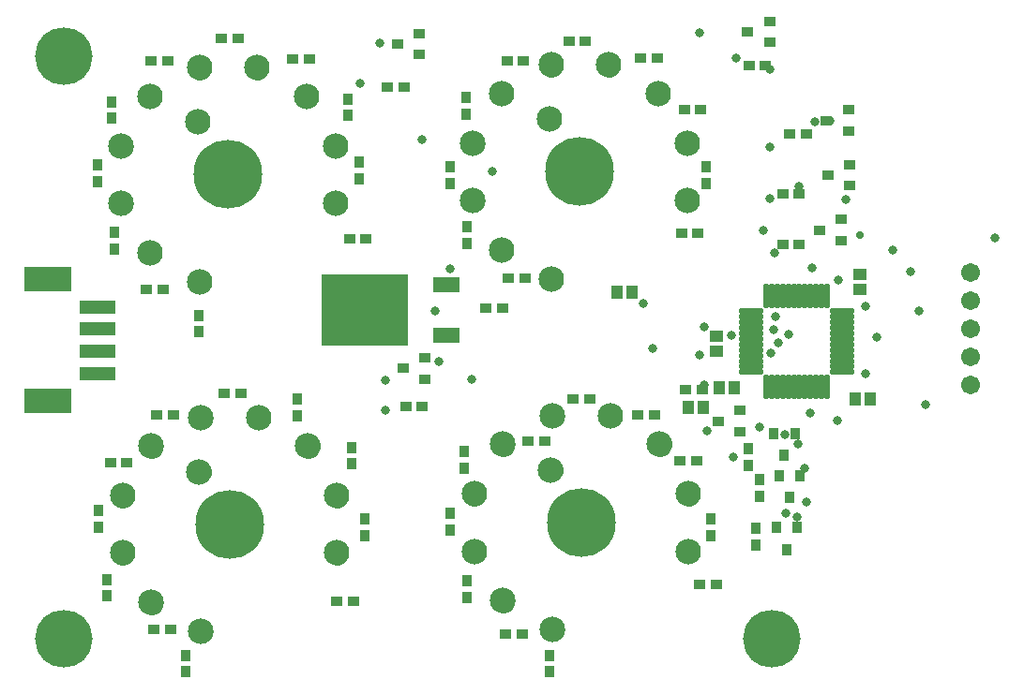
<source format=gbs>
G04*
G04 #@! TF.GenerationSoftware,Altium Limited,Altium Designer,19.0.14 (431)*
G04*
G04 Layer_Color=16711935*
%FSLAX25Y25*%
%MOIN*%
G70*
G01*
G75*
%ADD12C,0.00000*%
%ADD14R,0.03753X0.03950*%
%ADD15R,0.03950X0.03753*%
%ADD16R,0.03556X0.04343*%
%ADD20C,0.24422*%
%ADD21C,0.09068*%
%ADD22C,0.06706*%
%ADD23C,0.03162*%
%ADD24C,0.20485*%
%ADD25C,0.02800*%
%ADD48R,0.04343X0.04737*%
%ADD49R,0.04737X0.04343*%
%ADD50R,0.12611X0.04737*%
%ADD51R,0.16548X0.08674*%
%ADD52O,0.01981X0.09068*%
%ADD53O,0.09068X0.01981*%
%ADD54R,0.04343X0.03556*%
%ADD55R,0.30800X0.25800*%
%ADD56R,0.09461X0.05524*%
D12*
X-32837Y42810D02*
X-32957Y43799D01*
X-33311Y44731D01*
X-33877Y45552D01*
X-34623Y46212D01*
X-35505Y46676D01*
X-36473Y46914D01*
X-37470D01*
X-38437Y46676D01*
X-39320Y46212D01*
X-40066Y45552D01*
X-40632Y44731D01*
X-40985Y43799D01*
X-41105Y42810D01*
X-40985Y41821D01*
X-40632Y40889D01*
X-40066Y40069D01*
X-39320Y39408D01*
X-38437Y38945D01*
X-37470Y38706D01*
X-36473D01*
X-35505Y38945D01*
X-34623Y39408D01*
X-33877Y40069D01*
X-33311Y40889D01*
X-32957Y41821D01*
X-32837Y42810D01*
X-32837Y63190D02*
X-32957Y64179D01*
X-33310Y65111D01*
X-33877Y65931D01*
X-34622Y66592D01*
X-35505Y67055D01*
X-36473Y67294D01*
X-37469D01*
X-38437Y67055D01*
X-39319Y66592D01*
X-40065Y65931D01*
X-40631Y65111D01*
X-40985Y64179D01*
X-41105Y63190D01*
X-40985Y62200D01*
X-40631Y61269D01*
X-40065Y60448D01*
X-39319Y59787D01*
X-38437Y59324D01*
X-37469Y59086D01*
X-36473D01*
X-35505Y59324D01*
X-34622Y59787D01*
X-33877Y60448D01*
X-33310Y61269D01*
X-32957Y62200D01*
X-32837Y63190D01*
X-43027Y80839D02*
X-43147Y81829D01*
X-43500Y82761D01*
X-44067Y83581D01*
X-44813Y84241D01*
X-45695Y84705D01*
X-46663Y84943D01*
X-47659D01*
X-48627Y84705D01*
X-49509Y84241D01*
X-50255Y83581D01*
X-50821Y82761D01*
X-51175Y81829D01*
X-51295Y80839D01*
X-51175Y79850D01*
X-50821Y78918D01*
X-50255Y78098D01*
X-49509Y77437D01*
X-48627Y76974D01*
X-47659Y76735D01*
X-46663D01*
X-45695Y76974D01*
X-44813Y77437D01*
X-44067Y78098D01*
X-43500Y78918D01*
X-43147Y79850D01*
X-43027Y80839D01*
X-81693Y71753D02*
X-81813Y72742D01*
X-82166Y73674D01*
X-82733Y74494D01*
X-83479Y75155D01*
X-84361Y75618D01*
X-85329Y75857D01*
X-86325D01*
X-87293Y75618D01*
X-88175Y75155D01*
X-88921Y74494D01*
X-89487Y73674D01*
X-89841Y72742D01*
X-89961Y71753D01*
X-89841Y70764D01*
X-89487Y69832D01*
X-88921Y69011D01*
X-88175Y68351D01*
X-87293Y67888D01*
X-86325Y67649D01*
X-85329D01*
X-84361Y67888D01*
X-83479Y68351D01*
X-82733Y69012D01*
X-82166Y69832D01*
X-81813Y70764D01*
X-81693Y71753D01*
X-60676Y91029D02*
X-60796Y92018D01*
X-61150Y92950D01*
X-61716Y93770D01*
X-62462Y94431D01*
X-63344Y94894D01*
X-64312Y95133D01*
X-65308D01*
X-66276Y94894D01*
X-67159Y94431D01*
X-67905Y93770D01*
X-68471Y92950D01*
X-68824Y92018D01*
X-68944Y91029D01*
X-68824Y90039D01*
X-68471Y89108D01*
X-67905Y88287D01*
X-67159Y87627D01*
X-66276Y87163D01*
X-65308Y86925D01*
X-64312D01*
X-63344Y87163D01*
X-62462Y87627D01*
X-61716Y88287D01*
X-61150Y89108D01*
X-60796Y90039D01*
X-60676Y91029D01*
X-81056Y91029D02*
X-81176Y92018D01*
X-81529Y92950D01*
X-82095Y93770D01*
X-82841Y94431D01*
X-83724Y94894D01*
X-84691Y95133D01*
X-85688D01*
X-86656Y94894D01*
X-87538Y94431D01*
X-88284Y93770D01*
X-88850Y92950D01*
X-89204Y92018D01*
X-89324Y91029D01*
X-89204Y90040D01*
X-88850Y89108D01*
X-88284Y88288D01*
X-87538Y87627D01*
X-86656Y87164D01*
X-85688Y86925D01*
X-84691D01*
X-83724Y87164D01*
X-82841Y87627D01*
X-82095Y88288D01*
X-81529Y89108D01*
X-81176Y90040D01*
X-81056Y91029D01*
X-98705Y80839D02*
X-98825Y81828D01*
X-99179Y82760D01*
X-99745Y83580D01*
X-100491Y84241D01*
X-101373Y84704D01*
X-102341Y84943D01*
X-103338D01*
X-104305Y84704D01*
X-105188Y84241D01*
X-105934Y83580D01*
X-106500Y82760D01*
X-106853Y81828D01*
X-106973Y80839D01*
X-106853Y79850D01*
X-106500Y78918D01*
X-105934Y78098D01*
X-105188Y77437D01*
X-104305Y76974D01*
X-103338Y76735D01*
X-102341D01*
X-101373Y76974D01*
X-100491Y77437D01*
X-99745Y78098D01*
X-99179Y78918D01*
X-98825Y79850D01*
X-98705Y80839D01*
X-108895Y63190D02*
X-109015Y64179D01*
X-109368Y65111D01*
X-109934Y65931D01*
X-110680Y66592D01*
X-111563Y67055D01*
X-112531Y67294D01*
X-113527D01*
X-114495Y67055D01*
X-115377Y66592D01*
X-116123Y65931D01*
X-116689Y65111D01*
X-117043Y64179D01*
X-117163Y63190D01*
X-117043Y62200D01*
X-116689Y61269D01*
X-116123Y60448D01*
X-115377Y59788D01*
X-114495Y59324D01*
X-113527Y59086D01*
X-112531D01*
X-111563Y59324D01*
X-110680Y59788D01*
X-109934Y60448D01*
X-109368Y61269D01*
X-109015Y62200D01*
X-108895Y63190D01*
X-108895Y42810D02*
X-109015Y43800D01*
X-109369Y44732D01*
X-109935Y45552D01*
X-110681Y46213D01*
X-111563Y46676D01*
X-112531Y46914D01*
X-113527D01*
X-114495Y46676D01*
X-115377Y46213D01*
X-116123Y45552D01*
X-116690Y44732D01*
X-117043Y43800D01*
X-117163Y42810D01*
X-117043Y41821D01*
X-116690Y40889D01*
X-116123Y40069D01*
X-115377Y39408D01*
X-114495Y38945D01*
X-113527Y38706D01*
X-112531D01*
X-111563Y38945D01*
X-110681Y39408D01*
X-109935Y40069D01*
X-109369Y40889D01*
X-109015Y41821D01*
X-108895Y42810D01*
X-98705Y25161D02*
X-98825Y26150D01*
X-99179Y27082D01*
X-99745Y27902D01*
X-100491Y28563D01*
X-101373Y29026D01*
X-102341Y29265D01*
X-103337D01*
X-104305Y29026D01*
X-105187Y28563D01*
X-105933Y27902D01*
X-106500Y27082D01*
X-106853Y26150D01*
X-106973Y25161D01*
X-106853Y24171D01*
X-106500Y23239D01*
X-105933Y22419D01*
X-105187Y21758D01*
X-104305Y21295D01*
X-103337Y21057D01*
X-102341D01*
X-101373Y21295D01*
X-100491Y21758D01*
X-99745Y22419D01*
X-99179Y23239D01*
X-98825Y24171D01*
X-98705Y25161D01*
X-81056Y14971D02*
X-81176Y15961D01*
X-81529Y16892D01*
X-82095Y17713D01*
X-82841Y18373D01*
X-83724Y18837D01*
X-84692Y19075D01*
X-85688D01*
X-86656Y18837D01*
X-87538Y18373D01*
X-88284Y17713D01*
X-88850Y16892D01*
X-89204Y15961D01*
X-89324Y14971D01*
X-89204Y13982D01*
X-88850Y13050D01*
X-88284Y12230D01*
X-87538Y11569D01*
X-86656Y11106D01*
X-85688Y10867D01*
X-84692D01*
X-83724Y11106D01*
X-82841Y11569D01*
X-82095Y12230D01*
X-81529Y13050D01*
X-81176Y13982D01*
X-81056Y14971D01*
X92663Y-81029D02*
X92543Y-80039D01*
X92189Y-79108D01*
X91623Y-78287D01*
X90877Y-77627D01*
X89995Y-77163D01*
X89027Y-76925D01*
X88030D01*
X87063Y-77163D01*
X86180Y-77627D01*
X85434Y-78287D01*
X84868Y-79108D01*
X84515Y-80039D01*
X84395Y-81029D01*
X84515Y-82018D01*
X84868Y-82950D01*
X85434Y-83770D01*
X86180Y-84431D01*
X87063Y-84894D01*
X88030Y-85133D01*
X89027D01*
X89995Y-84894D01*
X90877Y-84431D01*
X91623Y-83770D01*
X92189Y-82950D01*
X92543Y-82018D01*
X92663Y-81029D01*
X92663Y-60649D02*
X92543Y-59660D01*
X92190Y-58728D01*
X91623Y-57908D01*
X90877Y-57247D01*
X89995Y-56784D01*
X89027Y-56545D01*
X88031D01*
X87063Y-56784D01*
X86181Y-57247D01*
X85435Y-57908D01*
X84869Y-58728D01*
X84515Y-59660D01*
X84395Y-60649D01*
X84515Y-61639D01*
X84869Y-62571D01*
X85435Y-63391D01*
X86181Y-64052D01*
X87063Y-64515D01*
X88031Y-64753D01*
X89027D01*
X89995Y-64515D01*
X90877Y-64052D01*
X91623Y-63391D01*
X92190Y-62571D01*
X92543Y-61639D01*
X92663Y-60649D01*
X82473Y-43000D02*
X82353Y-42010D01*
X82000Y-41078D01*
X81433Y-40258D01*
X80687Y-39597D01*
X79805Y-39134D01*
X78837Y-38896D01*
X77841D01*
X76873Y-39134D01*
X75991Y-39597D01*
X75245Y-40258D01*
X74679Y-41078D01*
X74325Y-42010D01*
X74205Y-43000D01*
X74325Y-43989D01*
X74679Y-44921D01*
X75245Y-45741D01*
X75991Y-46402D01*
X76873Y-46865D01*
X77841Y-47104D01*
X78837D01*
X79805Y-46865D01*
X80687Y-46402D01*
X81433Y-45741D01*
X82000Y-44921D01*
X82353Y-43989D01*
X82473Y-43000D01*
X43807Y-52086D02*
X43687Y-51097D01*
X43334Y-50165D01*
X42767Y-49345D01*
X42021Y-48684D01*
X41139Y-48221D01*
X40171Y-47982D01*
X39175D01*
X38207Y-48221D01*
X37325Y-48684D01*
X36579Y-49345D01*
X36013Y-50165D01*
X35659Y-51097D01*
X35539Y-52086D01*
X35659Y-53075D01*
X36013Y-54007D01*
X36579Y-54827D01*
X37325Y-55488D01*
X38207Y-55951D01*
X39175Y-56190D01*
X40171D01*
X41139Y-55951D01*
X42021Y-55488D01*
X42767Y-54827D01*
X43334Y-54007D01*
X43687Y-53075D01*
X43807Y-52086D01*
X64824Y-32810D02*
X64704Y-31821D01*
X64350Y-30889D01*
X63784Y-30069D01*
X63038Y-29408D01*
X62156Y-28945D01*
X61188Y-28706D01*
X60192D01*
X59224Y-28945D01*
X58341Y-29408D01*
X57595Y-30069D01*
X57029Y-30889D01*
X56676Y-31821D01*
X56556Y-32810D01*
X56676Y-33799D01*
X57029Y-34731D01*
X57595Y-35552D01*
X58341Y-36212D01*
X59224Y-36676D01*
X60192Y-36914D01*
X61188D01*
X62156Y-36676D01*
X63038Y-36212D01*
X63784Y-35552D01*
X64350Y-34731D01*
X64704Y-33799D01*
X64824Y-32810D01*
X44444Y-32810D02*
X44324Y-31821D01*
X43971Y-30889D01*
X43405Y-30069D01*
X42659Y-29408D01*
X41776Y-28945D01*
X40809Y-28706D01*
X39812D01*
X38844Y-28945D01*
X37962Y-29408D01*
X37216Y-30069D01*
X36650Y-30889D01*
X36296Y-31821D01*
X36176Y-32810D01*
X36296Y-33799D01*
X36650Y-34731D01*
X37216Y-35551D01*
X37962Y-36212D01*
X38844Y-36675D01*
X39812Y-36914D01*
X40809D01*
X41776Y-36675D01*
X42659Y-36212D01*
X43405Y-35551D01*
X43971Y-34731D01*
X44324Y-33799D01*
X44444Y-32810D01*
X26795Y-43000D02*
X26675Y-42011D01*
X26321Y-41079D01*
X25755Y-40259D01*
X25009Y-39598D01*
X24127Y-39135D01*
X23159Y-38896D01*
X22162D01*
X21195Y-39135D01*
X20312Y-39598D01*
X19566Y-40259D01*
X19000Y-41079D01*
X18647Y-42011D01*
X18527Y-43000D01*
X18647Y-43989D01*
X19000Y-44921D01*
X19566Y-45741D01*
X20312Y-46402D01*
X21195Y-46865D01*
X22162Y-47104D01*
X23159D01*
X24127Y-46865D01*
X25009Y-46402D01*
X25755Y-45741D01*
X26321Y-44921D01*
X26675Y-43989D01*
X26795Y-43000D01*
X16605Y-60649D02*
X16485Y-59660D01*
X16132Y-58728D01*
X15566Y-57908D01*
X14820Y-57247D01*
X13937Y-56784D01*
X12969Y-56545D01*
X11973D01*
X11005Y-56784D01*
X10123Y-57247D01*
X9377Y-57908D01*
X8811Y-58728D01*
X8457Y-59660D01*
X8337Y-60649D01*
X8457Y-61638D01*
X8811Y-62570D01*
X9377Y-63391D01*
X10123Y-64051D01*
X11005Y-64515D01*
X11973Y-64753D01*
X12969D01*
X13937Y-64515D01*
X14820Y-64051D01*
X15566Y-63391D01*
X16132Y-62570D01*
X16485Y-61638D01*
X16605Y-60649D01*
X16605Y-81029D02*
X16485Y-80039D01*
X16131Y-79107D01*
X15565Y-78287D01*
X14819Y-77627D01*
X13937Y-77163D01*
X12969Y-76925D01*
X11973D01*
X11005Y-77163D01*
X10123Y-77627D01*
X9377Y-78287D01*
X8810Y-79107D01*
X8457Y-80039D01*
X8337Y-81029D01*
X8457Y-82018D01*
X8811Y-82950D01*
X9377Y-83770D01*
X10123Y-84431D01*
X11005Y-84894D01*
X11973Y-85133D01*
X12969D01*
X13937Y-84894D01*
X14819Y-84431D01*
X15565Y-83770D01*
X16131Y-82950D01*
X16485Y-82018D01*
X16605Y-81029D01*
X26795Y-98678D02*
X26675Y-97689D01*
X26321Y-96757D01*
X25755Y-95937D01*
X25009Y-95276D01*
X24127Y-94813D01*
X23159Y-94574D01*
X22163D01*
X21195Y-94813D01*
X20312Y-95276D01*
X19567Y-95937D01*
X19000Y-96757D01*
X18647Y-97689D01*
X18527Y-98678D01*
X18647Y-99668D01*
X19001Y-100600D01*
X19567Y-101420D01*
X20312Y-102081D01*
X21195Y-102544D01*
X22163Y-102782D01*
X23159D01*
X24127Y-102544D01*
X25009Y-102081D01*
X25755Y-101420D01*
X26321Y-100600D01*
X26675Y-99668D01*
X26795Y-98678D01*
X44444Y-108868D02*
X44324Y-107878D01*
X43971Y-106947D01*
X43405Y-106126D01*
X42659Y-105466D01*
X41776Y-105002D01*
X40808Y-104764D01*
X39812D01*
X38844Y-105002D01*
X37962Y-105466D01*
X37216Y-106126D01*
X36650Y-106947D01*
X36296Y-107878D01*
X36176Y-108868D01*
X36296Y-109857D01*
X36650Y-110789D01*
X37216Y-111609D01*
X37962Y-112270D01*
X38844Y-112733D01*
X39812Y-112972D01*
X40808D01*
X41776Y-112733D01*
X42659Y-112270D01*
X43405Y-111609D01*
X43971Y-110789D01*
X44324Y-109857D01*
X44444Y-108868D01*
X-80556Y-109529D02*
X-80676Y-108539D01*
X-81029Y-107608D01*
X-81595Y-106787D01*
X-82341Y-106127D01*
X-83224Y-105663D01*
X-84192Y-105425D01*
X-85188D01*
X-86156Y-105663D01*
X-87038Y-106127D01*
X-87784Y-106787D01*
X-88350Y-107608D01*
X-88704Y-108539D01*
X-88824Y-109529D01*
X-88704Y-110518D01*
X-88350Y-111450D01*
X-87784Y-112270D01*
X-87038Y-112931D01*
X-86156Y-113394D01*
X-85188Y-113633D01*
X-84192D01*
X-83224Y-113394D01*
X-82341Y-112931D01*
X-81595Y-112270D01*
X-81029Y-111450D01*
X-80676Y-110518D01*
X-80556Y-109529D01*
X-98205Y-99339D02*
X-98325Y-98350D01*
X-98679Y-97418D01*
X-99245Y-96598D01*
X-99991Y-95937D01*
X-100873Y-95474D01*
X-101841Y-95235D01*
X-102837D01*
X-103805Y-95474D01*
X-104688Y-95937D01*
X-105433Y-96598D01*
X-106000Y-97418D01*
X-106353Y-98350D01*
X-106473Y-99339D01*
X-106353Y-100329D01*
X-106000Y-101260D01*
X-105433Y-102081D01*
X-104688Y-102742D01*
X-103805Y-103205D01*
X-102837Y-103443D01*
X-101841D01*
X-100873Y-103205D01*
X-99991Y-102742D01*
X-99245Y-102081D01*
X-98679Y-101260D01*
X-98325Y-100329D01*
X-98205Y-99339D01*
X-108395Y-81690D02*
X-108515Y-80700D01*
X-108869Y-79769D01*
X-109435Y-78948D01*
X-110181Y-78288D01*
X-111063Y-77824D01*
X-112031Y-77586D01*
X-113027D01*
X-113995Y-77824D01*
X-114877Y-78288D01*
X-115623Y-78948D01*
X-116190Y-79769D01*
X-116543Y-80700D01*
X-116663Y-81690D01*
X-116543Y-82679D01*
X-116190Y-83611D01*
X-115623Y-84431D01*
X-114877Y-85092D01*
X-113995Y-85555D01*
X-113027Y-85794D01*
X-112031D01*
X-111063Y-85555D01*
X-110181Y-85092D01*
X-109435Y-84431D01*
X-108869Y-83611D01*
X-108515Y-82679D01*
X-108395Y-81690D01*
X-108395Y-61310D02*
X-108515Y-60321D01*
X-108868Y-59389D01*
X-109434Y-58569D01*
X-110180Y-57908D01*
X-111063Y-57445D01*
X-112030Y-57206D01*
X-113027D01*
X-113995Y-57445D01*
X-114877Y-57908D01*
X-115623Y-58569D01*
X-116189Y-59389D01*
X-116543Y-60321D01*
X-116663Y-61310D01*
X-116543Y-62300D01*
X-116189Y-63231D01*
X-115623Y-64052D01*
X-114877Y-64712D01*
X-113995Y-65176D01*
X-113027Y-65414D01*
X-112030D01*
X-111063Y-65176D01*
X-110180Y-64712D01*
X-109434Y-64052D01*
X-108868Y-63231D01*
X-108515Y-62300D01*
X-108395Y-61310D01*
X-98205Y-43661D02*
X-98325Y-42672D01*
X-98679Y-41740D01*
X-99245Y-40920D01*
X-99991Y-40259D01*
X-100873Y-39796D01*
X-101841Y-39557D01*
X-102838D01*
X-103805Y-39796D01*
X-104688Y-40259D01*
X-105434Y-40920D01*
X-106000Y-41740D01*
X-106353Y-42672D01*
X-106473Y-43661D01*
X-106353Y-44650D01*
X-106000Y-45582D01*
X-105434Y-46402D01*
X-104688Y-47063D01*
X-103805Y-47526D01*
X-102838Y-47765D01*
X-101841D01*
X-100873Y-47526D01*
X-99991Y-47063D01*
X-99245Y-46402D01*
X-98679Y-45582D01*
X-98325Y-44650D01*
X-98205Y-43661D01*
X-80556Y-33471D02*
X-80676Y-32482D01*
X-81029Y-31550D01*
X-81595Y-30730D01*
X-82341Y-30069D01*
X-83224Y-29606D01*
X-84191Y-29367D01*
X-85188D01*
X-86156Y-29606D01*
X-87038Y-30069D01*
X-87784Y-30730D01*
X-88350Y-31550D01*
X-88704Y-32482D01*
X-88824Y-33471D01*
X-88704Y-34460D01*
X-88350Y-35392D01*
X-87784Y-36212D01*
X-87038Y-36873D01*
X-86156Y-37336D01*
X-85188Y-37575D01*
X-84191D01*
X-83224Y-37336D01*
X-82341Y-36873D01*
X-81595Y-36212D01*
X-81029Y-35392D01*
X-80676Y-34460D01*
X-80556Y-33471D01*
X-60176Y-33471D02*
X-60296Y-32482D01*
X-60650Y-31550D01*
X-61216Y-30730D01*
X-61962Y-30069D01*
X-62844Y-29606D01*
X-63812Y-29367D01*
X-64808D01*
X-65776Y-29606D01*
X-66659Y-30069D01*
X-67405Y-30730D01*
X-67971Y-31550D01*
X-68324Y-32482D01*
X-68444Y-33471D01*
X-68324Y-34461D01*
X-67971Y-35392D01*
X-67405Y-36213D01*
X-66659Y-36873D01*
X-65776Y-37337D01*
X-64808Y-37575D01*
X-63812D01*
X-62844Y-37337D01*
X-61962Y-36873D01*
X-61216Y-36213D01*
X-60650Y-35392D01*
X-60296Y-34460D01*
X-60176Y-33471D01*
X-81193Y-52747D02*
X-81313Y-51758D01*
X-81666Y-50826D01*
X-82233Y-50006D01*
X-82979Y-49345D01*
X-83861Y-48882D01*
X-84829Y-48643D01*
X-85825D01*
X-86793Y-48882D01*
X-87675Y-49345D01*
X-88421Y-50006D01*
X-88987Y-50826D01*
X-89341Y-51758D01*
X-89461Y-52747D01*
X-89341Y-53736D01*
X-88987Y-54668D01*
X-88421Y-55489D01*
X-87675Y-56149D01*
X-86793Y-56612D01*
X-85825Y-56851D01*
X-84829D01*
X-83861Y-56612D01*
X-82979Y-56149D01*
X-82233Y-55488D01*
X-81666Y-54668D01*
X-81313Y-53736D01*
X-81193Y-52747D01*
X-42527Y-43661D02*
X-42647Y-42671D01*
X-43000Y-41739D01*
X-43567Y-40919D01*
X-44313Y-40258D01*
X-45195Y-39795D01*
X-46163Y-39557D01*
X-47159D01*
X-48127Y-39795D01*
X-49009Y-40258D01*
X-49755Y-40919D01*
X-50321Y-41739D01*
X-50675Y-42671D01*
X-50795Y-43661D01*
X-50675Y-44650D01*
X-50321Y-45582D01*
X-49755Y-46402D01*
X-49009Y-47063D01*
X-48127Y-47526D01*
X-47159Y-47765D01*
X-46163D01*
X-45195Y-47526D01*
X-44313Y-47063D01*
X-43567Y-46402D01*
X-43000Y-45582D01*
X-42647Y-44650D01*
X-42527Y-43661D01*
X-32337Y-61310D02*
X-32457Y-60321D01*
X-32810Y-59389D01*
X-33377Y-58569D01*
X-34122Y-57908D01*
X-35005Y-57445D01*
X-35973Y-57206D01*
X-36969D01*
X-37937Y-57445D01*
X-38819Y-57908D01*
X-39565Y-58569D01*
X-40131Y-59389D01*
X-40485Y-60321D01*
X-40605Y-61310D01*
X-40485Y-62300D01*
X-40131Y-63231D01*
X-39565Y-64052D01*
X-38819Y-64713D01*
X-37937Y-65176D01*
X-36969Y-65414D01*
X-35973D01*
X-35005Y-65176D01*
X-34122Y-64713D01*
X-33377Y-64052D01*
X-32810Y-63231D01*
X-32457Y-62300D01*
X-32337Y-61310D01*
X-32337Y-81690D02*
X-32457Y-80700D01*
X-32811Y-79769D01*
X-33377Y-78948D01*
X-34123Y-78288D01*
X-35005Y-77824D01*
X-35973Y-77586D01*
X-36970D01*
X-37937Y-77824D01*
X-38820Y-78288D01*
X-39566Y-78948D01*
X-40132Y-79769D01*
X-40485Y-80700D01*
X-40605Y-81690D01*
X-40485Y-82679D01*
X-40132Y-83611D01*
X-39566Y-84431D01*
X-38820Y-85092D01*
X-37937Y-85555D01*
X-36970Y-85794D01*
X-35973D01*
X-35005Y-85555D01*
X-34123Y-85092D01*
X-33377Y-84431D01*
X-32811Y-83611D01*
X-32457Y-82679D01*
X-32337Y-81690D01*
X43944Y15971D02*
X43824Y16961D01*
X43471Y17892D01*
X42905Y18713D01*
X42159Y19373D01*
X41276Y19837D01*
X40308Y20075D01*
X39312D01*
X38344Y19837D01*
X37462Y19373D01*
X36716Y18713D01*
X36150Y17892D01*
X35796Y16961D01*
X35676Y15971D01*
X35796Y14982D01*
X36150Y14050D01*
X36716Y13230D01*
X37462Y12569D01*
X38344Y12106D01*
X39312Y11867D01*
X40308D01*
X41276Y12106D01*
X42159Y12569D01*
X42905Y13230D01*
X43471Y14050D01*
X43824Y14982D01*
X43944Y15971D01*
X26295Y26161D02*
X26175Y27150D01*
X25821Y28082D01*
X25255Y28902D01*
X24509Y29563D01*
X23627Y30026D01*
X22659Y30265D01*
X21663D01*
X20695Y30026D01*
X19813Y29563D01*
X19067Y28902D01*
X18500Y28082D01*
X18147Y27150D01*
X18027Y26161D01*
X18147Y25171D01*
X18500Y24239D01*
X19067Y23419D01*
X19813Y22759D01*
X20695Y22295D01*
X21663Y22057D01*
X22659D01*
X23627Y22295D01*
X24509Y22759D01*
X25255Y23419D01*
X25821Y24239D01*
X26175Y25171D01*
X26295Y26161D01*
X16105Y43810D02*
X15985Y44800D01*
X15631Y45731D01*
X15065Y46552D01*
X14319Y47212D01*
X13437Y47676D01*
X12469Y47914D01*
X11473D01*
X10505Y47676D01*
X9623Y47212D01*
X8877Y46552D01*
X8310Y45731D01*
X7957Y44800D01*
X7837Y43810D01*
X7957Y42821D01*
X8310Y41889D01*
X8877Y41069D01*
X9623Y40408D01*
X10505Y39945D01*
X11473Y39706D01*
X12469D01*
X13437Y39945D01*
X14319Y40408D01*
X15065Y41069D01*
X15631Y41889D01*
X15985Y42821D01*
X16105Y43810D01*
X16105Y64190D02*
X15985Y65179D01*
X15632Y66111D01*
X15066Y66931D01*
X14320Y67592D01*
X13437Y68055D01*
X12470Y68294D01*
X11473D01*
X10505Y68055D01*
X9623Y67592D01*
X8877Y66931D01*
X8311Y66111D01*
X7957Y65179D01*
X7837Y64190D01*
X7957Y63200D01*
X8311Y62269D01*
X8877Y61448D01*
X9623Y60788D01*
X10505Y60324D01*
X11473Y60086D01*
X12470D01*
X13437Y60324D01*
X14320Y60788D01*
X15066Y61448D01*
X15632Y62269D01*
X15985Y63200D01*
X16105Y64190D01*
X26295Y81839D02*
X26175Y82828D01*
X25821Y83760D01*
X25255Y84580D01*
X24509Y85241D01*
X23627Y85704D01*
X22659Y85943D01*
X21662D01*
X20695Y85704D01*
X19812Y85241D01*
X19066Y84580D01*
X18500Y83760D01*
X18147Y82828D01*
X18027Y81839D01*
X18147Y80850D01*
X18500Y79918D01*
X19066Y79098D01*
X19812Y78437D01*
X20695Y77974D01*
X21662Y77735D01*
X22659D01*
X23627Y77974D01*
X24509Y78437D01*
X25255Y79098D01*
X25821Y79918D01*
X26175Y80850D01*
X26295Y81839D01*
X43944Y92029D02*
X43824Y93018D01*
X43471Y93950D01*
X42905Y94770D01*
X42159Y95431D01*
X41276Y95894D01*
X40309Y96133D01*
X39312D01*
X38344Y95894D01*
X37462Y95431D01*
X36716Y94770D01*
X36150Y93950D01*
X35796Y93018D01*
X35676Y92029D01*
X35796Y91040D01*
X36150Y90108D01*
X36716Y89288D01*
X37462Y88627D01*
X38344Y88164D01*
X39312Y87925D01*
X40309D01*
X41276Y88164D01*
X42159Y88627D01*
X42905Y89288D01*
X43471Y90108D01*
X43824Y91040D01*
X43944Y92029D01*
X64324Y92029D02*
X64204Y93018D01*
X63850Y93950D01*
X63284Y94770D01*
X62538Y95431D01*
X61656Y95894D01*
X60688Y96133D01*
X59692D01*
X58724Y95894D01*
X57841Y95431D01*
X57095Y94770D01*
X56529Y93950D01*
X56176Y93018D01*
X56056Y92029D01*
X56176Y91039D01*
X56529Y90108D01*
X57095Y89287D01*
X57841Y88627D01*
X58724Y88163D01*
X59692Y87925D01*
X60688D01*
X61656Y88163D01*
X62538Y88627D01*
X63284Y89287D01*
X63850Y90108D01*
X64204Y91040D01*
X64324Y92029D01*
X43307Y72753D02*
X43187Y73742D01*
X42834Y74674D01*
X42267Y75494D01*
X41521Y76155D01*
X40639Y76618D01*
X39671Y76857D01*
X38675D01*
X37707Y76618D01*
X36825Y76155D01*
X36079Y75494D01*
X35513Y74674D01*
X35159Y73742D01*
X35039Y72753D01*
X35159Y71764D01*
X35513Y70832D01*
X36079Y70012D01*
X36825Y69351D01*
X37707Y68888D01*
X38675Y68649D01*
X39671D01*
X40639Y68888D01*
X41521Y69351D01*
X42267Y70012D01*
X42834Y70832D01*
X43187Y71764D01*
X43307Y72753D01*
X81973Y81839D02*
X81853Y82829D01*
X81500Y83760D01*
X80933Y84581D01*
X80187Y85242D01*
X79305Y85705D01*
X78337Y85943D01*
X77341D01*
X76373Y85705D01*
X75491Y85242D01*
X74745Y84581D01*
X74179Y83760D01*
X73825Y82829D01*
X73705Y81839D01*
X73825Y80850D01*
X74179Y79918D01*
X74745Y79098D01*
X75491Y78437D01*
X76373Y77974D01*
X77341Y77735D01*
X78337D01*
X79305Y77974D01*
X80187Y78437D01*
X80933Y79098D01*
X81500Y79918D01*
X81853Y80850D01*
X81973Y81839D01*
X92163Y64190D02*
X92043Y65179D01*
X91690Y66111D01*
X91123Y66931D01*
X90377Y67592D01*
X89495Y68055D01*
X88527Y68294D01*
X87531D01*
X86563Y68055D01*
X85681Y67592D01*
X84935Y66931D01*
X84369Y66111D01*
X84015Y65179D01*
X83895Y64190D01*
X84015Y63200D01*
X84369Y62269D01*
X84935Y61448D01*
X85681Y60787D01*
X86563Y60324D01*
X87531Y60086D01*
X88527D01*
X89495Y60324D01*
X90377Y60787D01*
X91123Y61448D01*
X91690Y62269D01*
X92043Y63200D01*
X92163Y64190D01*
X92163Y43810D02*
X92043Y44800D01*
X91689Y45731D01*
X91123Y46552D01*
X90377Y47212D01*
X89495Y47676D01*
X88527Y47914D01*
X87530D01*
X86563Y47676D01*
X85680Y47212D01*
X84934Y46552D01*
X84368Y45731D01*
X84015Y44800D01*
X83895Y43810D01*
X84015Y42821D01*
X84368Y41889D01*
X84934Y41069D01*
X85680Y40408D01*
X86563Y39945D01*
X87530Y39706D01*
X88527D01*
X89495Y39945D01*
X90377Y40408D01*
X91123Y41069D01*
X91689Y41889D01*
X92043Y42821D01*
X92163Y43810D01*
D14*
X110000Y-50453D02*
D03*
Y-44547D02*
D03*
X112500Y-73000D02*
D03*
Y-78905D02*
D03*
X114000Y-55547D02*
D03*
Y-61453D02*
D03*
X-116500Y78905D02*
D03*
Y73000D02*
D03*
X9500Y80405D02*
D03*
Y74500D02*
D03*
X-90000Y-118047D02*
D03*
Y-123953D02*
D03*
X39173Y-118095D02*
D03*
Y-124000D02*
D03*
X-85500Y2905D02*
D03*
Y-3000D02*
D03*
X-115500Y32453D02*
D03*
Y26547D02*
D03*
X-28500Y57500D02*
D03*
Y51595D02*
D03*
X10000Y34453D02*
D03*
Y28547D02*
D03*
X94906Y55693D02*
D03*
Y49787D02*
D03*
X-121500Y56500D02*
D03*
Y50595D02*
D03*
X-32500Y79953D02*
D03*
Y74047D02*
D03*
X4000Y55693D02*
D03*
Y49787D02*
D03*
X-118000Y-91047D02*
D03*
Y-96953D02*
D03*
X-26500Y-69500D02*
D03*
Y-75406D02*
D03*
X10000Y-91500D02*
D03*
Y-97405D02*
D03*
X96500Y-69500D02*
D03*
Y-75406D02*
D03*
X-121000Y-66547D02*
D03*
Y-72453D02*
D03*
X-31067Y-44047D02*
D03*
Y-49953D02*
D03*
X4000Y-67547D02*
D03*
Y-73453D02*
D03*
X-50500Y-32906D02*
D03*
Y-27000D02*
D03*
X9000Y-45547D02*
D03*
Y-51453D02*
D03*
D15*
X-6047Y-29500D02*
D03*
X-11953D02*
D03*
X115953Y91898D02*
D03*
X110047D02*
D03*
X87626Y-23500D02*
D03*
X93532D02*
D03*
X127984Y46000D02*
D03*
X122079D02*
D03*
X130500Y67500D02*
D03*
X124594D02*
D03*
X-18453Y84000D02*
D03*
X-12547D02*
D03*
X128000Y28000D02*
D03*
X122095D02*
D03*
X22500Y5500D02*
D03*
X16594D02*
D03*
X24547Y16000D02*
D03*
X30453D02*
D03*
X86094Y32000D02*
D03*
X92000D02*
D03*
X-31953Y30000D02*
D03*
X-26047D02*
D03*
X-96434Y93500D02*
D03*
X-102339D02*
D03*
X-71547Y101500D02*
D03*
X-77453D02*
D03*
X-46095Y94000D02*
D03*
X-52000D02*
D03*
X29953Y93500D02*
D03*
X24047D02*
D03*
X52000Y100500D02*
D03*
X46095D02*
D03*
X77406Y94500D02*
D03*
X71500D02*
D03*
X-101500Y-109000D02*
D03*
X-95595D02*
D03*
X-36453Y-99000D02*
D03*
X-30547D02*
D03*
X23547Y-110500D02*
D03*
X29453D02*
D03*
X92594Y-93000D02*
D03*
X98500D02*
D03*
X-104000Y12185D02*
D03*
X-98094D02*
D03*
X87047Y76000D02*
D03*
X92953D02*
D03*
X-94547Y-32500D02*
D03*
X-100453D02*
D03*
X-111076Y-49500D02*
D03*
X-116982D02*
D03*
X85576Y-49000D02*
D03*
X91482D02*
D03*
X-70547Y-25000D02*
D03*
X-76453D02*
D03*
X37453Y-42000D02*
D03*
X31547D02*
D03*
X76406Y-32500D02*
D03*
X70500D02*
D03*
X53453Y-27000D02*
D03*
X47547D02*
D03*
D16*
X119760Y-72563D02*
D03*
X127240D02*
D03*
X123500Y-80437D02*
D03*
X118922Y-39055D02*
D03*
X126403D02*
D03*
X122663Y-46929D02*
D03*
X120760Y-54063D02*
D03*
X128240D02*
D03*
X124500Y-61937D02*
D03*
D20*
X50500Y-70839D02*
D03*
X50000Y54000D02*
D03*
X-75000Y53000D02*
D03*
X-74500Y-71500D02*
D03*
D21*
X-85190Y14971D02*
D03*
X-102839Y25161D02*
D03*
X-113029Y42810D02*
D03*
X-113029Y63190D02*
D03*
X-102839Y80839D02*
D03*
X-85190Y91029D02*
D03*
X-64810Y91029D02*
D03*
X-47161Y80839D02*
D03*
X-36971Y63190D02*
D03*
X-36971Y42810D02*
D03*
X-85827Y71753D02*
D03*
X40310Y-108868D02*
D03*
X22661Y-98678D02*
D03*
X12471Y-81029D02*
D03*
X12471Y-60649D02*
D03*
X22661Y-43000D02*
D03*
X40310Y-32810D02*
D03*
X60690Y-32810D02*
D03*
X78339Y-43000D02*
D03*
X88529Y-60649D02*
D03*
X88529Y-81029D02*
D03*
X39673Y-52086D02*
D03*
X-85327Y-52747D02*
D03*
X-36471Y-81690D02*
D03*
X-36471Y-61310D02*
D03*
X-46661Y-43661D02*
D03*
X-64310Y-33471D02*
D03*
X-84690Y-33471D02*
D03*
X-102339Y-43661D02*
D03*
X-112529Y-61310D02*
D03*
X-112529Y-81690D02*
D03*
X-102339Y-99339D02*
D03*
X-84690Y-109529D02*
D03*
X39173Y72753D02*
D03*
X88029Y43810D02*
D03*
X88029Y64190D02*
D03*
X77839Y81839D02*
D03*
X60190Y92029D02*
D03*
X39810Y92029D02*
D03*
X22161Y81839D02*
D03*
X11971Y64190D02*
D03*
X11971Y43810D02*
D03*
X22161Y26161D02*
D03*
X39810Y15971D02*
D03*
D22*
X189000Y18000D02*
D03*
Y8000D02*
D03*
Y-2000D02*
D03*
Y-12000D02*
D03*
Y-22000D02*
D03*
D23*
X94058D02*
D03*
X127961Y48773D02*
D03*
X141917Y15467D02*
D03*
X132441Y19720D02*
D03*
X138684Y72240D02*
D03*
X113760Y-36895D02*
D03*
X103962Y-4241D02*
D03*
X92602Y-11068D02*
D03*
X133414Y71805D02*
D03*
X95270Y-38310D02*
D03*
X-19061Y-20192D02*
D03*
X76000Y-9000D02*
D03*
X72500Y7063D02*
D03*
X127240Y-68830D02*
D03*
X119176Y25161D02*
D03*
X118679Y-2071D02*
D03*
X-120811Y-10500D02*
D03*
X-122743Y-1250D02*
D03*
X-124026Y5952D02*
D03*
X119500Y2358D02*
D03*
X124047Y-4000D02*
D03*
X-19061Y-31002D02*
D03*
X0Y-13500D02*
D03*
X151500Y6000D02*
D03*
X167378Y18500D02*
D03*
X161047Y26000D02*
D03*
X92594Y103442D02*
D03*
X11500Y-20000D02*
D03*
X-1500Y4417D02*
D03*
X117500Y90398D02*
D03*
Y62906D02*
D03*
X115032Y33142D02*
D03*
X117500Y44500D02*
D03*
X3839Y19417D02*
D03*
X144515Y44246D02*
D03*
X197500Y30500D02*
D03*
X130500Y-63500D02*
D03*
X151500Y-18000D02*
D03*
X141500Y-34602D02*
D03*
X129953Y-51453D02*
D03*
X127500Y-43000D02*
D03*
X123240Y-67547D02*
D03*
X123000Y-39500D02*
D03*
X104500Y-47500D02*
D03*
X-28066Y85377D02*
D03*
X-21066Y99877D02*
D03*
X-6000Y65500D02*
D03*
X19000Y54000D02*
D03*
X118000Y-10500D02*
D03*
X120500Y-7000D02*
D03*
X94250Y-1250D02*
D03*
X105491Y94339D02*
D03*
X172835Y-28701D02*
D03*
X155500Y-5000D02*
D03*
X170610Y4327D02*
D03*
X132000Y-32000D02*
D03*
D24*
X118291Y-112118D02*
D03*
X-133394Y-112117D02*
D03*
X-133394Y95056D02*
D03*
D25*
X149500Y31327D02*
D03*
D48*
X104887Y-22870D02*
D03*
X99572D02*
D03*
X88500Y-29874D02*
D03*
X93815D02*
D03*
X68657Y11306D02*
D03*
X63342D02*
D03*
X147843Y-27000D02*
D03*
X153157D02*
D03*
D49*
X98500Y-4559D02*
D03*
Y-9874D02*
D03*
X149500Y12185D02*
D03*
Y17500D02*
D03*
D50*
X-121500Y-17748D02*
D03*
Y-9874D02*
D03*
Y5874D02*
D03*
Y-2000D02*
D03*
D51*
X-139217Y-27591D02*
D03*
Y15717D02*
D03*
D52*
X116173Y-22642D02*
D03*
X118142D02*
D03*
X120110D02*
D03*
X122079D02*
D03*
X124047D02*
D03*
X126016D02*
D03*
X127984D02*
D03*
X129953D02*
D03*
X131921D02*
D03*
X133890D02*
D03*
X135858D02*
D03*
X137827D02*
D03*
Y9642D02*
D03*
X135858D02*
D03*
X133890D02*
D03*
X131921D02*
D03*
X129953D02*
D03*
X127984D02*
D03*
X126016D02*
D03*
X124047D02*
D03*
X122079D02*
D03*
X120110D02*
D03*
X118142D02*
D03*
X116173D02*
D03*
D53*
X143142Y-17327D02*
D03*
Y-15358D02*
D03*
Y-13390D02*
D03*
Y-11421D02*
D03*
Y-9453D02*
D03*
Y-7484D02*
D03*
Y-5516D02*
D03*
Y-3547D02*
D03*
Y-1579D02*
D03*
Y390D02*
D03*
Y2358D02*
D03*
Y4327D02*
D03*
X110858D02*
D03*
Y2358D02*
D03*
Y390D02*
D03*
Y-1579D02*
D03*
Y-3547D02*
D03*
Y-5516D02*
D03*
Y-7484D02*
D03*
Y-9453D02*
D03*
Y-11421D02*
D03*
Y-13390D02*
D03*
Y-15358D02*
D03*
Y-17327D02*
D03*
D54*
X107000Y-31000D02*
D03*
Y-38480D02*
D03*
X99126Y-34740D02*
D03*
X117500Y107500D02*
D03*
Y100020D02*
D03*
X109626Y103760D02*
D03*
X137626Y72240D02*
D03*
X145500Y68500D02*
D03*
Y75980D02*
D03*
X138126Y52740D02*
D03*
X146000Y49000D02*
D03*
Y56480D02*
D03*
X143000Y36980D02*
D03*
Y29500D02*
D03*
X135126Y33240D02*
D03*
X-7063Y103240D02*
D03*
Y95760D02*
D03*
X-14937Y99500D02*
D03*
X-5063Y-12260D02*
D03*
Y-19740D02*
D03*
X-12937Y-16000D02*
D03*
D55*
X-26465Y4834D02*
D03*
D56*
X2669Y13889D02*
D03*
Y-4221D02*
D03*
M02*

</source>
